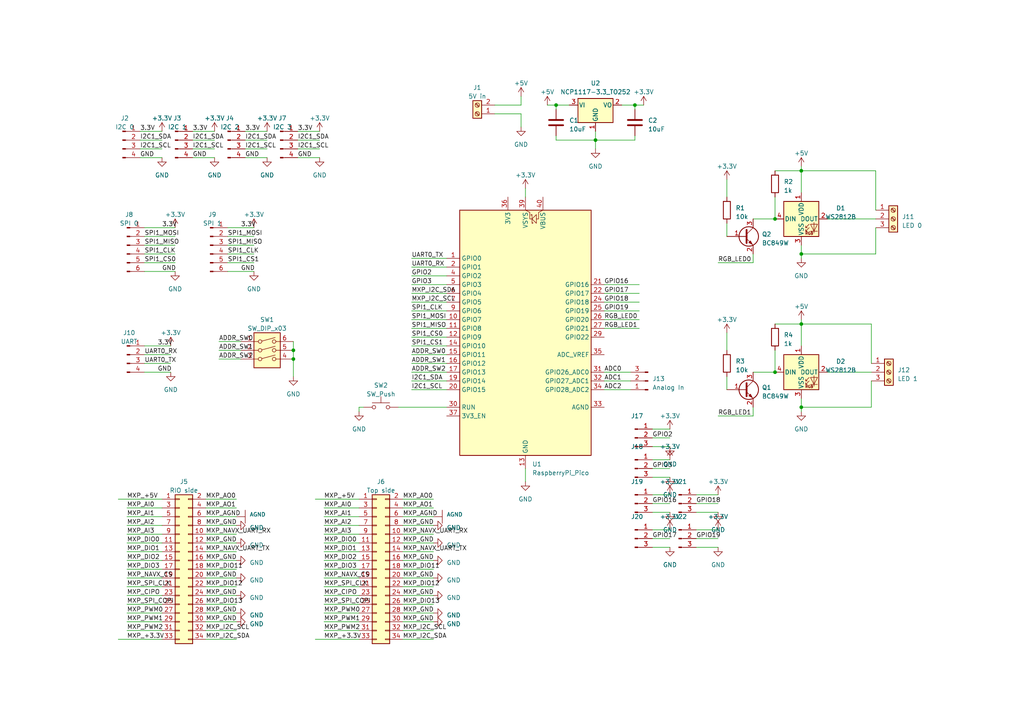
<source format=kicad_sch>
(kicad_sch (version 20230121) (generator eeschema)
  (paper "A4")
  (title_block (title "Team 5690 Peripheral Expansion Board") (date "2023-04-25") (rev "1.0") (comment 1 "Designed by Evan Rust"))
  (lib_symbols
    (symbol "Connector:Conn_01x03_Pin" (pin_names (offset 1.016) hide)
      (property "Reference" "J" (at 0 5.08 0))
      (property "Value" "Conn_01x03_Pin" (at 0 -5.08 0))
      (symbol "Conn_01x03_Pin_1_1"
        (pin passive line (at 5.08 2.54 180) (length 3.81) (name "Pin_1") (number "1"))
        (pin passive line (at 5.08 0 180) (length 3.81) (name "Pin_2") (number "2"))
        (pin passive line (at 5.08 -2.54 180) (length 3.81) (name "Pin_3") (number "3"))
      )
    )
    (symbol "Connector:Conn_01x04_Pin" (pin_names (offset 1.016) hide)
      (property "Reference" "J" (at 0 5.08 0))
      (property "Value" "Conn_01x04_Pin" (at 0 -7.62 0))
      (symbol "Conn_01x04_Pin_1_1"
        (pin passive line (at 5.08 2.54 180) (length 3.81) (name "Pin_1") (number "1"))
        (pin passive line (at 5.08 0 180) (length 3.81) (name "Pin_2") (number "2"))
        (pin passive line (at 5.08 -2.54 180) (length 3.81) (name "Pin_3") (number "3"))
        (pin passive line (at 5.08 -5.08 180) (length 3.81) (name "Pin_4") (number "4"))
      )
    )
    (symbol "Connector:Conn_01x06_Pin" (pin_names (offset 1.016) hide)
      (property "Reference" "J" (at 0 7.62 0))
      (property "Value" "Conn_01x06_Pin" (at 0 -10.16 0))
      (symbol "Conn_01x06_Pin_1_1"
        (pin passive line (at 5.08 5.08 180) (length 3.81) (name "Pin_1") (number "1"))
        (pin passive line (at 5.08 2.54 180) (length 3.81) (name "Pin_2") (number "2"))
        (pin passive line (at 5.08 0 180) (length 3.81) (name "Pin_3") (number "3"))
        (pin passive line (at 5.08 -2.54 180) (length 3.81) (name "Pin_4") (number "4"))
        (pin passive line (at 5.08 -5.08 180) (length 3.81) (name "Pin_5") (number "5"))
        (pin passive line (at 5.08 -7.62 180) (length 3.81) (name "Pin_6") (number "6"))
      )
    )
    (symbol "Connector:Screw_Terminal_01x02" (pin_names (offset 1.016) hide)
      (property "Reference" "J" (at 0 2.54 0))
      (property "Value" "Screw_Terminal_01x02" (at 0 -5.08 0))
      (symbol "Screw_Terminal_01x02_1_1"
        (pin passive line (at -5.08 0 0) (length 3.81) (name "Pin_1") (number "1"))
        (pin passive line (at -5.08 -2.54 0) (length 3.81) (name "Pin_2") (number "2"))
      )
    )
    (symbol "Connector:Screw_Terminal_01x03" (pin_names (offset 1.016) hide)
      (property "Reference" "J" (at 0 5.08 0))
      (property "Value" "Screw_Terminal_01x03" (at 0 -5.08 0))
      (symbol "Screw_Terminal_01x03_1_1"
        (pin passive line (at -5.08 2.54 0) (length 3.81) (name "Pin_1") (number "1"))
        (pin passive line (at -5.08 0 0) (length 3.81) (name "Pin_2") (number "2"))
        (pin passive line (at -5.08 -2.54 0) (length 3.81) (name "Pin_3") (number "3"))
      )
    )
    (symbol "Connector_Generic:Conn_02x17_Odd_Even" (pin_names (offset 1.016) hide)
      (property "Reference" "J" (at 1.27 22.86 0))
      (property "Value" "Conn_02x17_Odd_Even" (at 1.27 -22.86 0))
      (symbol "Conn_02x17_Odd_Even_1_1"
        (pin passive line (at -5.08 20.32 0) (length 3.81) (name "Pin_1") (number "1"))
        (pin passive line (at 7.62 10.16 180) (length 3.81) (name "Pin_10") (number "10"))
        (pin passive line (at -5.08 7.62 0) (length 3.81) (name "Pin_11") (number "11"))
        (pin passive line (at 7.62 7.62 180) (length 3.81) (name "Pin_12") (number "12"))
        (pin passive line (at -5.08 5.08 0) (length 3.81) (name "Pin_13") (number "13"))
        (pin passive line (at 7.62 5.08 180) (length 3.81) (name "Pin_14") (number "14"))
        (pin passive line (at -5.08 2.54 0) (length 3.81) (name "Pin_15") (number "15"))
        (pin passive line (at 7.62 2.54 180) (length 3.81) (name "Pin_16") (number "16"))
        (pin passive line (at -5.08 0 0) (length 3.81) (name "Pin_17") (number "17"))
        (pin passive line (at 7.62 0 180) (length 3.81) (name "Pin_18") (number "18"))
        (pin passive line (at -5.08 -2.54 0) (length 3.81) (name "Pin_19") (number "19"))
        (pin passive line (at 7.62 20.32 180) (length 3.81) (name "Pin_2") (number "2"))
        (pin passive line (at 7.62 -2.54 180) (length 3.81) (name "Pin_20") (number "20"))
        (pin passive line (at -5.08 -5.08 0) (length 3.81) (name "Pin_21") (number "21"))
        (pin passive line (at 7.62 -5.08 180) (length 3.81) (name "Pin_22") (number "22"))
        (pin passive line (at -5.08 -7.62 0) (length 3.81) (name "Pin_23") (number "23"))
        (pin passive line (at 7.62 -7.62 180) (length 3.81) (name "Pin_24") (number "24"))
        (pin passive line (at -5.08 -10.16 0) (length 3.81) (name "Pin_25") (number "25"))
        (pin passive line (at 7.62 -10.16 180) (length 3.81) (name "Pin_26") (number "26"))
        (pin passive line (at -5.08 -12.7 0) (length 3.81) (name "Pin_27") (number "27"))
        (pin passive line (at 7.62 -12.7 180) (length 3.81) (name "Pin_28") (number "28"))
        (pin passive line (at -5.08 -15.24 0) (length 3.81) (name "Pin_29") (number "29"))
        (pin passive line (at -5.08 17.78 0) (length 3.81) (name "Pin_3") (number "3"))
        (pin passive line (at 7.62 -15.24 180) (length 3.81) (name "Pin_30") (number "30"))
        (pin passive line (at -5.08 -17.78 0) (length 3.81) (name "Pin_31") (number "31"))
        (pin passive line (at 7.62 -17.78 180) (length 3.81) (name "Pin_32") (number "32"))
        (pin passive line (at -5.08 -20.32 0) (length 3.81) (name "Pin_33") (number "33"))
        (pin passive line (at 7.62 -20.32 180) (length 3.81) (name "Pin_34") (number "34"))
        (pin passive line (at 7.62 17.78 180) (length 3.81) (name "Pin_4") (number "4"))
        (pin passive line (at -5.08 15.24 0) (length 3.81) (name "Pin_5") (number "5"))
        (pin passive line (at 7.62 15.24 180) (length 3.81) (name "Pin_6") (number "6"))
        (pin passive line (at -5.08 12.7 0) (length 3.81) (name "Pin_7") (number "7"))
        (pin passive line (at 7.62 12.7 180) (length 3.81) (name "Pin_8") (number "8"))
        (pin passive line (at -5.08 10.16 0) (length 3.81) (name "Pin_9") (number "9"))
      )
    )
    (symbol "Device:C" (pin_numbers hide) (pin_names (offset 0.254))
      (property "Reference" "C" (at 0.635 2.54 0))
      (property "Value" "C" (at 0.635 -2.54 0))
      (symbol "C_1_1"
        (pin passive line (at 0 3.81 270) (length 2.794) (name "~") (number "1"))
        (pin passive line (at 0 -3.81 90) (length 2.794) (name "~") (number "2"))
      )
    )
    (symbol "Device:R" (pin_numbers hide) (pin_names (offset 0))
      (property "Reference" "R" (at 2.032 0 90))
      (property "Value" "R" (at 0 0 90))
      (symbol "R_1_1"
        (pin passive line (at 0 3.81 270) (length 1.27) (name "~") (number "1"))
        (pin passive line (at 0 -3.81 90) (length 1.27) (name "~") (number "2"))
      )
    )
    (symbol "LED:WS2812B" (pin_names (offset 0.254))
      (property "Reference" "D" (at 5.08 5.715 0))
      (property "Value" "WS2812B" (at 1.27 -5.715 0))
      (symbol "WS2812B_0_0"
        (text "RGB" (at 2.286 -4.191 0) (effects (font (size 0.762 0.762))))
      )
      (symbol "WS2812B_1_1"
        (pin power_in line (at 0 7.62 270) (length 2.54) (name "VDD") (number "1"))
        (pin output line (at 7.62 0 180) (length 2.54) (name "DOUT") (number "2"))
        (pin power_in line (at 0 -7.62 90) (length 2.54) (name "VSS") (number "3"))
        (pin input line (at -7.62 0 0) (length 2.54) (name "DIN") (number "4"))
      )
    )
    (symbol "MCU_Module_RaspberryPi_Pico:RaspberryPi_Pico"
      (property "Reference" "U" (at -19.05 38.1 0))
      (property "Value" "RaspberryPi_Pico" (at 7.62 38.1 0))
      (symbol "RaspberryPi_Pico_1_1"
        (pin bidirectional line (at -22.86 22.86 0) (length 3.81) (name "GPIO0") (number "1"))
        (pin bidirectional line (at -22.86 5.08 0) (length 3.81) (name "GPIO7") (number "10"))
        (pin bidirectional line (at -22.86 2.54 0) (length 3.81) (name "GPIO8") (number "11"))
        (pin bidirectional line (at -22.86 0 0) (length 3.81) (name "GPIO9") (number "12"))
        (pin power_out line (at 0 -38.1 90) (length 3.81) (name "GND") (number "13"))
        (pin bidirectional line (at -22.86 -2.54 0) (length 3.81) (name "GPIO10") (number "14"))
        (pin bidirectional line (at -22.86 -5.08 0) (length 3.81) (name "GPIO11") (number "15"))
        (pin bidirectional line (at -22.86 -7.62 0) (length 3.81) (name "GPIO12") (number "16"))
        (pin bidirectional line (at -22.86 -10.16 0) (length 3.81) (name "GPIO13") (number "17"))
        (pin passive line (at 0 -38.1 90) (length 3.81) hide (name "GND") (number "18"))
        (pin bidirectional line (at -22.86 -12.7 0) (length 3.81) (name "GPIO14") (number "19"))
        (pin bidirectional line (at -22.86 20.32 0) (length 3.81) (name "GPIO1") (number "2"))
        (pin bidirectional line (at -22.86 -15.24 0) (length 3.81) (name "GPIO15") (number "20"))
        (pin bidirectional line (at 22.86 15.24 180) (length 3.81) (name "GPIO16") (number "21"))
        (pin bidirectional line (at 22.86 12.7 180) (length 3.81) (name "GPIO17") (number "22"))
        (pin passive line (at 0 -38.1 90) (length 3.81) hide (name "GND") (number "23"))
        (pin bidirectional line (at 22.86 10.16 180) (length 3.81) (name "GPIO18") (number "24"))
        (pin bidirectional line (at 22.86 7.62 180) (length 3.81) (name "GPIO19") (number "25"))
        (pin bidirectional line (at 22.86 5.08 180) (length 3.81) (name "GPIO20") (number "26"))
        (pin bidirectional line (at 22.86 2.54 180) (length 3.81) (name "GPIO21") (number "27"))
        (pin passive line (at 0 -38.1 90) (length 3.81) hide (name "GND") (number "28"))
        (pin bidirectional line (at 22.86 0 180) (length 3.81) (name "GPIO22") (number "29"))
        (pin passive line (at 0 -38.1 90) (length 3.81) hide (name "GND") (number "3"))
        (pin input line (at -22.86 -20.32 0) (length 3.81) (name "RUN") (number "30"))
        (pin bidirectional line (at 22.86 -10.16 180) (length 3.81) (name "GPIO26_ADC0") (number "31"))
        (pin bidirectional line (at 22.86 -12.7 180) (length 3.81) (name "GPIO27_ADC1") (number "32"))
        (pin power_in line (at 22.86 -20.32 180) (length 3.81) (name "AGND") (number "33"))
        (pin bidirectional line (at 22.86 -15.24 180) (length 3.81) (name "GPIO28_ADC2") (number "34"))
        (pin power_in line (at 22.86 -5.08 180) (length 3.81) (name "ADC_VREF") (number "35"))
        (pin power_out line (at -5.08 40.64 270) (length 3.81) (name "3V3") (number "36"))
        (pin input line (at -22.86 -22.86 0) (length 3.81) (name "3V3_EN") (number "37"))
        (pin passive line (at 0 -38.1 90) (length 3.81) hide (name "GND") (number "38"))
        (pin power_in line (at 0 40.64 270) (length 3.81) (name "VSYS") (number "39"))
        (pin bidirectional line (at -22.86 17.78 0) (length 3.81) (name "GPIO2") (number "4"))
        (pin power_out line (at 5.08 40.64 270) (length 3.81) (name "VBUS") (number "40"))
        (pin bidirectional line (at -22.86 15.24 0) (length 3.81) (name "GPIO3") (number "5"))
        (pin bidirectional line (at -22.86 12.7 0) (length 3.81) (name "GPIO4") (number "6"))
        (pin bidirectional line (at -22.86 10.16 0) (length 3.81) (name "GPIO5") (number "7"))
        (pin passive line (at 0 -38.1 90) (length 3.81) hide (name "GND") (number "8"))
        (pin bidirectional line (at -22.86 7.62 0) (length 3.81) (name "GPIO6") (number "9"))
      )
    )
    (symbol "Regulator_Linear:NCP1117-3.3_TO252" (pin_names (offset 0.254))
      (property "Reference" "U" (at -3.81 3.175 0))
      (property "Value" "NCP1117-3.3_TO252" (at 0 3.175 0))
      (symbol "NCP1117-3.3_TO252_1_1"
        (pin power_in line (at 0 -7.62 90) (length 2.54) (name "GND") (number "1"))
        (pin power_out line (at 7.62 0 180) (length 2.54) (name "VO") (number "2"))
        (pin power_in line (at -7.62 0 0) (length 2.54) (name "VI") (number "3"))
      )
    )
    (symbol "SparkFun-PowerSymbols:AGND" (power) (pin_numbers hide) (pin_names (offset 1.016) hide)
      (property "Value" "AGND" (at -2.159 -5.08 0))
      (property "Footprint" "XXX-00000" (at 0 2.54 0))
      (symbol "AGND_1_1"
        (pin power_in line (at 0 0 270) (length 0) hide (name "AGND") (number "~"))
      )
    )
    (symbol "Switch:SW_DIP_x03" (pin_names (offset 0) hide)
      (property "Reference" "SW" (at 0 8.89 0))
      (property "Value" "SW_DIP_x03" (at 0 -3.81 0))
      (symbol "SW_DIP_x03_1_1"
        (pin passive line (at -7.62 5.08 0) (length 5.08) (name "~") (number "1"))
        (pin passive line (at -7.62 2.54 0) (length 5.08) (name "~") (number "2"))
        (pin passive line (at -7.62 0 0) (length 5.08) (name "~") (number "3"))
        (pin passive line (at 7.62 0 180) (length 5.08) (name "~") (number "4"))
        (pin passive line (at 7.62 2.54 180) (length 5.08) (name "~") (number "5"))
        (pin passive line (at 7.62 5.08 180) (length 5.08) (name "~") (number "6"))
      )
    )
    (symbol "Switch:SW_Push" (pin_numbers hide) (pin_names (offset 1.016) hide)
      (property "Reference" "SW" (at 1.27 2.54 0))
      (property "Value" "SW_Push" (at 0 -1.524 0))
      (symbol "SW_Push_0_1"
        (pin passive line (at -5.08 0 0) (length 2.54) (name "1") (number "1"))
        (pin passive line (at 5.08 0 180) (length 2.54) (name "2") (number "2"))
      )
    )
    (symbol "Transistor_BJT:BC849W" (pin_names (offset 0) hide)
      (property "Reference" "Q" (at 5.08 1.905 0))
      (property "Value" "BC849W" (at 5.08 0 0))
      (symbol "BC849W_1_1"
        (pin input line (at -5.08 0 0) (length 5.715) (name "B") (number "1"))
        (pin passive line (at 2.54 -5.08 90) (length 2.54) (name "E") (number "2"))
        (pin passive line (at 2.54 5.08 270) (length 2.54) (name "C") (number "3"))
      )
    )
    (symbol "power:+3.3V" (power) (pin_names (offset 0))
      (property "Value" "+3.3V" (at 0 3.556 0))
      (symbol "+3.3V_1_1"
        (pin power_in line (at 0 0 90) (length 0) hide (name "+3.3V") (number "1"))
      )
    )
    (symbol "power:+5V" (power) (pin_names (offset 0))
      (property "Value" "+5V" (at 0 3.556 0))
      (symbol "+5V_1_1"
        (pin power_in line (at 0 0 90) (length 0) hide (name "+5V") (number "1"))
      )
    )
    (symbol "power:GND" (power) (pin_names (offset 0))
      (property "Value" "GND" (at 0 -3.81 0))
      (symbol "GND_1_1"
        (pin power_in line (at 0 0 270) (length 0) hide (name "GND") (number "1"))
      )
    )
  )
  (junction (at 184.15 30.48))
  (junction (at 232.41 73.66))
  (junction (at 224.79 107.95))
  (junction (at 232.41 118.11))
  (junction (at 85.09 101.6))
  (junction (at 161.29 30.48))
  (junction (at 85.09 104.14))
  (junction (at 232.41 49.53))
  (junction (at 232.41 93.98))
  (junction (at 224.79 63.5))
  (junction (at 172.72 40.64))
  (wire (pts (xy 210.82 96.52) (xy 210.82 101.6)))
  (wire (pts (xy 189.23 129.54) (xy 194.31 129.54)))
  (wire (pts (xy 189.23 158.75) (xy 194.31 158.75)))
  (wire (pts (xy 71.12 38.1) (xy 77.47 38.1)))
  (wire (pts (xy 252.73 93.98) (xy 232.41 93.98)))
  (wire (pts (xy 59.69 152.4) (xy 68.58 152.4)))
  (wire (pts (xy 116.84 147.32) (xy 125.73 147.32)))
  (wire (pts (xy 36.83 152.4) (xy 46.99 152.4)))
  (wire (pts (xy 66.04 68.58) (xy 73.66 68.58)))
  (wire (pts (xy 59.69 144.78) (xy 68.58 144.78)))
  (wire (pts (xy 116.84 182.88) (xy 125.73 182.88)))
  (wire (pts (xy 175.26 90.17) (xy 185.42 90.17)))
  (wire (pts (xy 66.04 73.66) (xy 73.66 73.66)))
  (wire (pts (xy 116.84 167.64) (xy 125.73 167.64)))
  (wire (pts (xy 93.98 157.48) (xy 104.14 157.48)))
  (wire (pts (xy 59.69 170.18) (xy 68.58 170.18)))
  (wire (pts (xy 119.38 102.87) (xy 129.54 102.87)))
  (wire (pts (xy 85.09 99.06) (xy 85.09 101.6)))
  (wire (pts (xy 36.83 170.18) (xy 46.99 170.18)))
  (wire (pts (xy 232.41 73.66) (xy 232.41 74.93)))
  (wire (pts (xy 66.04 78.74) (xy 73.66 78.74)))
  (wire (pts (xy 210.82 64.77) (xy 210.82 68.58)))
  (wire (pts (xy 151.13 27.94) (xy 151.13 30.48)))
  (wire (pts (xy 208.28 76.2) (xy 218.44 76.2)))
  (wire (pts (xy 119.38 92.71) (xy 129.54 92.71)))
  (wire (pts (xy 201.93 143.51) (xy 208.28 143.51)))
  (wire (pts (xy 93.98 147.32) (xy 104.14 147.32)))
  (wire (pts (xy 152.4 54.61) (xy 152.4 57.15)))
  (wire (pts (xy 71.12 45.72) (xy 77.47 45.72)))
  (wire (pts (xy 36.83 180.34) (xy 46.99 180.34)))
  (wire (pts (xy 175.26 87.63) (xy 185.42 87.63)))
  (wire (pts (xy 59.69 165.1) (xy 68.58 165.1)))
  (wire (pts (xy 115.57 118.11) (xy 129.54 118.11)))
  (wire (pts (xy 36.83 162.56) (xy 46.99 162.56)))
  (wire (pts (xy 116.84 172.72) (xy 125.73 172.72)))
  (wire (pts (xy 224.79 57.15) (xy 224.79 63.5)))
  (wire (pts (xy 86.36 45.72) (xy 92.71 45.72)))
  (wire (pts (xy 59.69 175.26) (xy 68.58 175.26)))
  (wire (pts (xy 184.15 39.37) (xy 184.15 40.64)))
  (wire (pts (xy 201.93 153.67) (xy 208.28 153.67)))
  (wire (pts (xy 104.14 118.11) (xy 105.41 118.11)))
  (wire (pts (xy 252.73 105.41) (xy 252.73 93.98)))
  (wire (pts (xy 59.69 162.56) (xy 68.58 162.56)))
  (wire (pts (xy 55.88 45.72) (xy 62.23 45.72)))
  (wire (pts (xy 116.84 152.4) (xy 125.73 152.4)))
  (wire (pts (xy 175.26 110.49) (xy 182.88 110.49)))
  (wire (pts (xy 116.84 157.48) (xy 125.73 157.48)))
  (wire (pts (xy 151.13 30.48) (xy 143.51 30.48)))
  (wire (pts (xy 119.38 87.63) (xy 129.54 87.63)))
  (wire (pts (xy 36.83 172.72) (xy 46.99 172.72)))
  (wire (pts (xy 161.29 39.37) (xy 161.29 40.64)))
  (wire (pts (xy 86.36 38.1) (xy 92.71 38.1)))
  (wire (pts (xy 93.98 170.18) (xy 104.14 170.18)))
  (wire (pts (xy 189.23 146.05) (xy 194.31 146.05)))
  (wire (pts (xy 91.44 185.42) (xy 104.14 185.42)))
  (wire (pts (xy 40.64 43.18) (xy 46.99 43.18)))
  (wire (pts (xy 36.83 177.8) (xy 46.99 177.8)))
  (wire (pts (xy 189.23 124.46) (xy 194.31 124.46)))
  (wire (pts (xy 93.98 172.72) (xy 104.14 172.72)))
  (wire (pts (xy 116.84 160.02) (xy 125.73 160.02)))
  (wire (pts (xy 36.83 149.86) (xy 46.99 149.86)))
  (wire (pts (xy 59.69 185.42) (xy 68.58 185.42)))
  (wire (pts (xy 232.41 73.66) (xy 254 73.66)))
  (wire (pts (xy 119.38 95.25) (xy 129.54 95.25)))
  (wire (pts (xy 116.84 177.8) (xy 125.73 177.8)))
  (wire (pts (xy 189.23 153.67) (xy 194.31 153.67)))
  (wire (pts (xy 201.93 156.21) (xy 208.28 156.21)))
  (wire (pts (xy 232.41 118.11) (xy 232.41 119.38)))
  (wire (pts (xy 41.91 68.58) (xy 50.8 68.58)))
  (wire (pts (xy 93.98 162.56) (xy 104.14 162.56)))
  (wire (pts (xy 254 60.96) (xy 254 49.53)))
  (wire (pts (xy 119.38 80.01) (xy 129.54 80.01)))
  (wire (pts (xy 34.29 185.42) (xy 46.99 185.42)))
  (wire (pts (xy 59.69 182.88) (xy 68.58 182.88)))
  (wire (pts (xy 41.91 102.87) (xy 49.53 102.87)))
  (wire (pts (xy 254 66.04) (xy 254 73.66)))
  (wire (pts (xy 36.83 167.64) (xy 46.99 167.64)))
  (wire (pts (xy 218.44 107.95) (xy 224.79 107.95)))
  (wire (pts (xy 85.09 104.14) (xy 85.09 109.22)))
  (wire (pts (xy 161.29 40.64) (xy 172.72 40.64)))
  (wire (pts (xy 93.98 152.4) (xy 104.14 152.4)))
  (wire (pts (xy 119.38 90.17) (xy 129.54 90.17)))
  (wire (pts (xy 116.84 144.78) (xy 125.73 144.78)))
  (wire (pts (xy 59.69 149.86) (xy 68.58 149.86)))
  (wire (pts (xy 104.14 119.38) (xy 104.14 118.11)))
  (wire (pts (xy 116.84 165.1) (xy 125.73 165.1)))
  (wire (pts (xy 93.98 154.94) (xy 104.14 154.94)))
  (wire (pts (xy 63.5 104.14) (xy 69.85 104.14)))
  (wire (pts (xy 63.5 101.6) (xy 69.85 101.6)))
  (wire (pts (xy 40.64 45.72) (xy 46.99 45.72)))
  (wire (pts (xy 189.23 127) (xy 194.31 127)))
  (wire (pts (xy 184.15 30.48) (xy 184.15 31.75)))
  (wire (pts (xy 116.84 180.34) (xy 125.73 180.34)))
  (wire (pts (xy 41.91 78.74) (xy 50.8 78.74)))
  (wire (pts (xy 232.41 48.26) (xy 232.41 49.53)))
  (wire (pts (xy 201.93 148.59) (xy 208.28 148.59)))
  (wire (pts (xy 93.98 167.64) (xy 104.14 167.64)))
  (wire (pts (xy 175.26 95.25) (xy 185.42 95.25)))
  (wire (pts (xy 55.88 43.18) (xy 62.23 43.18)))
  (wire (pts (xy 224.79 101.6) (xy 224.79 107.95)))
  (wire (pts (xy 161.29 31.75) (xy 161.29 30.48)))
  (wire (pts (xy 66.04 66.04) (xy 73.66 66.04)))
  (wire (pts (xy 41.91 105.41) (xy 49.53 105.41)))
  (wire (pts (xy 119.38 77.47) (xy 129.54 77.47)))
  (wire (pts (xy 36.83 154.94) (xy 46.99 154.94)))
  (wire (pts (xy 201.93 158.75) (xy 208.28 158.75)))
  (wire (pts (xy 116.84 175.26) (xy 125.73 175.26)))
  (wire (pts (xy 151.13 36.83) (xy 151.13 33.02)))
  (wire (pts (xy 59.69 177.8) (xy 68.58 177.8)))
  (wire (pts (xy 119.38 82.55) (xy 129.54 82.55)))
  (wire (pts (xy 86.36 43.18) (xy 92.71 43.18)))
  (wire (pts (xy 119.38 107.95) (xy 129.54 107.95)))
  (wire (pts (xy 208.28 120.65) (xy 218.44 120.65)))
  (wire (pts (xy 36.83 175.26) (xy 46.99 175.26)))
  (wire (pts (xy 85.09 101.6) (xy 85.09 104.14)))
  (wire (pts (xy 232.41 118.11) (xy 252.73 118.11)))
  (wire (pts (xy 172.72 38.1) (xy 172.72 40.64)))
  (wire (pts (xy 36.83 147.32) (xy 46.99 147.32)))
  (wire (pts (xy 34.29 144.78) (xy 46.99 144.78)))
  (wire (pts (xy 116.84 170.18) (xy 125.73 170.18)))
  (wire (pts (xy 66.04 71.12) (xy 73.66 71.12)))
  (wire (pts (xy 59.69 157.48) (xy 68.58 157.48)))
  (wire (pts (xy 175.26 82.55) (xy 185.42 82.55)))
  (wire (pts (xy 63.5 99.06) (xy 69.85 99.06)))
  (wire (pts (xy 180.34 30.48) (xy 184.15 30.48)))
  (wire (pts (xy 59.69 154.94) (xy 68.58 154.94)))
  (wire (pts (xy 40.64 40.64) (xy 46.99 40.64)))
  (wire (pts (xy 218.44 63.5) (xy 224.79 63.5)))
  (wire (pts (xy 172.72 40.64) (xy 172.72 43.18)))
  (wire (pts (xy 59.69 180.34) (xy 68.58 180.34)))
  (wire (pts (xy 189.23 138.43) (xy 194.31 138.43)))
  (wire (pts (xy 175.26 85.09) (xy 185.42 85.09)))
  (wire (pts (xy 119.38 110.49) (xy 129.54 110.49)))
  (wire (pts (xy 175.26 92.71) (xy 185.42 92.71)))
  (wire (pts (xy 93.98 149.86) (xy 104.14 149.86)))
  (wire (pts (xy 119.38 113.03) (xy 129.54 113.03)))
  (wire (pts (xy 71.12 43.18) (xy 77.47 43.18)))
  (wire (pts (xy 40.64 38.1) (xy 46.99 38.1)))
  (wire (pts (xy 152.4 135.89) (xy 152.4 139.7)))
  (wire (pts (xy 189.23 148.59) (xy 194.31 148.59)))
  (wire (pts (xy 189.23 135.89) (xy 194.31 135.89)))
  (wire (pts (xy 91.44 144.78) (xy 104.14 144.78)))
  (wire (pts (xy 218.44 118.11) (xy 218.44 120.65)))
  (wire (pts (xy 252.73 118.11) (xy 252.73 110.49)))
  (wire (pts (xy 254 49.53) (xy 232.41 49.53)))
  (wire (pts (xy 86.36 40.64) (xy 92.71 40.64)))
  (wire (pts (xy 119.38 97.79) (xy 129.54 97.79)))
  (wire (pts (xy 116.84 149.86) (xy 125.73 149.86)))
  (wire (pts (xy 189.23 156.21) (xy 194.31 156.21)))
  (wire (pts (xy 36.83 182.88) (xy 46.99 182.88)))
  (wire (pts (xy 116.84 185.42) (xy 125.73 185.42)))
  (wire (pts (xy 161.29 30.48) (xy 165.1 30.48)))
  (wire (pts (xy 116.84 162.56) (xy 125.73 162.56)))
  (wire (pts (xy 119.38 74.93) (xy 129.54 74.93)))
  (wire (pts (xy 172.72 40.64) (xy 184.15 40.64)))
  (wire (pts (xy 184.15 30.48) (xy 186.69 30.48)))
  (wire (pts (xy 71.12 40.64) (xy 77.47 40.64)))
  (wire (pts (xy 158.75 30.48) (xy 161.29 30.48)))
  (wire (pts (xy 93.98 165.1) (xy 104.14 165.1)))
  (wire (pts (xy 93.98 160.02) (xy 104.14 160.02)))
  (wire (pts (xy 41.91 71.12) (xy 50.8 71.12)))
  (wire (pts (xy 232.41 93.98) (xy 232.41 100.33)))
  (wire (pts (xy 210.82 52.07) (xy 210.82 57.15)))
  (wire (pts (xy 189.23 143.51) (xy 194.31 143.51)))
  (wire (pts (xy 232.41 92.71) (xy 232.41 93.98)))
  (wire (pts (xy 210.82 109.22) (xy 210.82 113.03)))
  (wire (pts (xy 240.03 107.95) (xy 252.73 107.95)))
  (wire (pts (xy 59.69 160.02) (xy 68.58 160.02)))
  (wire (pts (xy 55.88 38.1) (xy 62.23 38.1)))
  (wire (pts (xy 232.41 115.57) (xy 232.41 118.11)))
  (wire (pts (xy 93.98 177.8) (xy 104.14 177.8)))
  (wire (pts (xy 175.26 113.03) (xy 182.88 113.03)))
  (wire (pts (xy 41.91 107.95) (xy 49.53 107.95)))
  (wire (pts (xy 36.83 160.02) (xy 46.99 160.02)))
  (wire (pts (xy 240.03 63.5) (xy 254 63.5)))
  (wire (pts (xy 41.91 73.66) (xy 50.8 73.66)))
  (wire (pts (xy 59.69 172.72) (xy 68.58 172.72)))
  (wire (pts (xy 175.26 107.95) (xy 182.88 107.95)))
  (wire (pts (xy 55.88 40.64) (xy 62.23 40.64)))
  (wire (pts (xy 41.91 76.2) (xy 50.8 76.2)))
  (wire (pts (xy 119.38 85.09) (xy 129.54 85.09)))
  (wire (pts (xy 66.04 76.2) (xy 73.66 76.2)))
  (wire (pts (xy 59.69 147.32) (xy 68.58 147.32)))
  (wire (pts (xy 119.38 105.41) (xy 129.54 105.41)))
  (wire (pts (xy 116.84 154.94) (xy 125.73 154.94)))
  (wire (pts (xy 224.79 49.53) (xy 232.41 49.53)))
  (wire (pts (xy 232.41 71.12) (xy 232.41 73.66)))
  (wire (pts (xy 36.83 157.48) (xy 46.99 157.48)))
  (wire (pts (xy 41.91 100.33) (xy 49.53 100.33)))
  (wire (pts (xy 36.83 165.1) (xy 46.99 165.1)))
  (wire (pts (xy 151.13 33.02) (xy 143.51 33.02)))
  (wire (pts (xy 93.98 180.34) (xy 104.14 180.34)))
  (wire (pts (xy 232.41 49.53) (xy 232.41 55.88)))
  (wire (pts (xy 189.23 133.35) (xy 194.31 133.35)))
  (wire (pts (xy 93.98 182.88) (xy 104.14 182.88)))
  (wire (pts (xy 224.79 93.98) (xy 232.41 93.98)))
  (wire (pts (xy 218.44 73.66) (xy 218.44 76.2)))
  (wire (pts (xy 41.91 66.04) (xy 50.8 66.04)))
  (wire (pts (xy 93.98 175.26) (xy 104.14 175.26)))
  (wire (pts (xy 201.93 146.05) (xy 208.28 146.05)))
  (wire (pts (xy 119.38 100.33) (xy 129.54 100.33)))
  (wire (pts (xy 59.69 167.64) (xy 68.58 167.64)))
  (label "MXP_AI3" (at 93.98 154.94 0))
  (label "MXP_I2C_SCL" (at 59.69 182.88 0))
  (label "SPI1_CS0" (at 41.91 76.2 0))
  (label "MXP_SPI_CLK" (at 36.83 170.18 0))
  (label "UART0_RX" (at 41.91 102.87 0))
  (label "I2C1_SDA" (at 119.38 110.49 0))
  (label "MXP_AI2" (at 93.98 152.4 0))
  (label "MXP_GND" (at 59.69 152.4 0))
  (label "MXP_DIO1" (at 93.98 160.02 0))
  (label "GPIO18" (at 175.26 87.63 0))
  (label "GPIO16" (at 175.26 82.55 0))
  (label "SPI1_MOSI" (at 41.91 68.58 0))
  (label "MXP_GND" (at 116.84 172.72 0))
  (label "MXP_DIO13" (at 116.84 175.26 0))
  (label "I2C1_SCL" (at 119.38 113.03 0))
  (label "GPIO17" (at 175.26 85.09 0))
  (label "MXP_DIO3" (at 93.98 165.1 0))
  (label "MXP_GND" (at 59.69 172.72 0))
  (label "MXP_GND" (at 59.69 177.8 0))
  (label "ADDR_SW0" (at 119.38 102.87 0))
  (label "SPI1_MISO" (at 119.38 95.25 0))
  (label "SPI1_CS0" (at 119.38 97.79 0))
  (label "MXP_AI2" (at 36.83 152.4 0))
  (label "SPI1_CS1" (at 119.38 100.33 0))
  (label "MXP_GND" (at 116.84 167.64 0))
  (label "MXP_GND" (at 116.84 180.34 0))
  (label "MXP_+5V" (at 36.83 144.78 0))
  (label "MXP_DIO1" (at 36.83 160.02 0))
  (label "MXP_I2C_SCL" (at 119.38 87.63 0))
  (label "ADDR_SW0" (at 63.5 99.06 0))
  (label "GND" (at 46.99 78.74 0))
  (label "MXP_AI1" (at 93.98 149.86 0))
  (label "MXP_DIO0" (at 36.83 157.48 0))
  (label "MXP_PWM0" (at 36.83 177.8 0))
  (label "MXP_AGND" (at 116.84 149.86 0))
  (label "GPIO17" (at 189.23 156.21 0))
  (label "MXP_GND" (at 59.69 180.34 0))
  (label "RGB_LED0" (at 208.28 76.2 0))
  (label "MXP_DIO12" (at 59.69 170.18 0))
  (label "3.3V" (at 86.36 38.1 0))
  (label "I2C1_SDA" (at 71.12 40.64 0))
  (label "MXP_GND" (at 59.69 162.56 0))
  (label "3.3V" (at 69.85 66.04 0))
  (label "ADDR_SW1" (at 63.5 101.6 0))
  (label "MXP_GND" (at 116.84 162.56 0))
  (label "GND" (at 40.64 45.72 0))
  (label "SPI1_MOSI" (at 66.04 68.58 0))
  (label "I2C1_SCL" (at 71.12 43.18 0))
  (label "GPIO16" (at 189.23 146.05 0))
  (label "SPI1_MOSI" (at 119.38 92.71 0))
  (label "MXP_CIPO" (at 93.98 172.72 0))
  (label "MXP_NAVX_CS" (at 93.98 167.64 0))
  (label "MXP_GND" (at 116.84 152.4 0))
  (label "SPI1_CS1" (at 66.04 76.2 0))
  (label "MXP_PWM2" (at 93.98 182.88 0))
  (label "GPIO2" (at 119.38 80.01 0))
  (label "MXP_+3.3V" (at 93.98 185.42 0))
  (label "MXP_DIO2" (at 93.98 162.56 0))
  (label "MXP_PWM1" (at 36.83 180.34 0))
  (label "MXP_SPI_CLK" (at 93.98 170.18 0))
  (label "SPI1_MISO" (at 66.04 71.12 0))
  (label "ADDR_SW2" (at 119.38 107.95 0))
  (label "3.3V" (at 46.99 66.04 0))
  (label "GND" (at 69.85 78.74 0))
  (label "MXP_CIPO" (at 36.83 172.72 0))
  (label "GPIO3" (at 119.38 82.55 0))
  (label "MXP_AO1" (at 116.84 147.32 0))
  (label "MXP_NAVX_UART_TX" (at 116.84 160.02 0))
  (label "GND" (at 45.72 107.95 0))
  (label "GND" (at 71.12 45.72 0))
  (label "I2C1_SCL" (at 86.36 43.18 0))
  (label "MXP_GND" (at 116.84 177.8 0))
  (label "ADC1" (at 175.26 110.49 0))
  (label "RGB_LED0" (at 175.26 92.71 0))
  (label "MXP_I2C_SCL" (at 116.84 182.88 0))
  (label "MXP_I2C_SDA" (at 119.38 85.09 0))
  (label "SPI1_MISO" (at 41.91 71.12 0))
  (label "MXP_I2C_SDA" (at 59.69 185.42 0))
  (label "UART0_TX" (at 41.91 105.41 0))
  (label "MXP_SPI_COPI" (at 93.98 175.26 0))
  (label "MXP_GND" (at 59.69 167.64 0))
  (label "MXP_DIO13" (at 59.69 175.26 0))
  (label "ADDR_SW1" (at 119.38 105.41 0))
  (label "GPIO2" (at 189.23 127 0))
  (label "I2C1_SCL" (at 55.88 43.18 0))
  (label "MXP_NAVX_UART_TX" (at 59.69 160.02 0))
  (label "3.3V" (at 45.72 100.33 0))
  (label "MXP_AO0" (at 116.84 144.78 0))
  (label "MXP_SPI_COPI" (at 36.83 175.26 0))
  (label "MXP_+5V" (at 93.98 144.78 0))
  (label "3.3V" (at 40.64 38.1 0))
  (label "ADDR_SW2" (at 63.5 104.14 0))
  (label "MXP_AO0" (at 59.69 144.78 0))
  (label "UART0_RX" (at 119.38 77.47 0))
  (label "MXP_AI0" (at 93.98 147.32 0))
  (label "GPIO19" (at 201.93 156.21 0))
  (label "I2C1_SDA" (at 86.36 40.64 0))
  (label "MXP_GND" (at 116.84 157.48 0))
  (label "MXP_DIO11" (at 59.69 165.1 0))
  (label "I2C1_SDA" (at 55.88 40.64 0))
  (label "MXP_DIO2" (at 36.83 162.56 0))
  (label "SPI1_CLK" (at 66.04 73.66 0))
  (label "MXP_PWM1" (at 93.98 180.34 0))
  (label "MXP_DIO12" (at 116.84 170.18 0))
  (label "MXP_AI3" (at 36.83 154.94 0))
  (label "MXP_AI0" (at 36.83 147.32 0))
  (label "GPIO19" (at 175.26 90.17 0))
  (label "MXP_NAVX_CS" (at 36.83 167.64 0))
  (label "GPIO18" (at 201.93 146.05 0))
  (label "MXP_NAVX_UART_RX" (at 116.84 154.94 0))
  (label "SPI1_CLK" (at 41.91 73.66 0))
  (label "ADC2" (at 175.26 113.03 0))
  (label "MXP_DIO11" (at 116.84 165.1 0))
  (label "MXP_AI1" (at 36.83 149.86 0))
  (label "MXP_I2C_SDA" (at 116.84 185.42 0))
  (label "MXP_+3.3V" (at 36.83 185.42 0))
  (label "ADC0" (at 175.26 107.95 0))
  (label "I2C1_SDA" (at 40.64 40.64 0))
  (label "MXP_GND" (at 59.69 157.48 0))
  (label "RGB_LED1" (at 208.28 120.65 0))
  (label "MXP_DIO0" (at 93.98 157.48 0))
  (label "MXP_PWM0" (at 93.98 177.8 0))
  (label "MXP_NAVX_UART_RX" (at 59.69 154.94 0))
  (label "RGB_LED1" (at 175.26 95.25 0))
  (label "GPIO3" (at 189.23 135.89 0))
  (label "SPI1_CLK" (at 119.38 90.17 0))
  (label "MXP_DIO3" (at 36.83 165.1 0))
  (label "GND" (at 86.36 45.72 0))
  (label "UART0_TX" (at 119.38 74.93 0))
  (label "MXP_PWM2" (at 36.83 182.88 0))
  (label "3.3V" (at 55.88 38.1 0))
  (label "MXP_AO1" (at 59.69 147.32 0))
  (label "I2C1_SCL" (at 40.64 43.18 0))
  (label "3.3V" (at 71.12 38.1 0))
  (label "MXP_AGND" (at 59.69 149.86 0))
  (label "GND" (at 55.88 45.72 0))
  (symbol (lib_id "power:+3.3V") (at 62.23 38.1 0) (unit 1)
    (property "Reference" "#PWR025" (effects hide))
    (property "Value" "+3.3V" (at 62.23 34.29 0))
  )
  (symbol (lib_id "Connector:Conn_01x04_Pin") (at 50.8 40.64 0) (unit 1)
    (property "Reference" "J3" (at 51.435 34.29 0))
    (property "Value" "I2C 1" (at 51.435 36.83 0))
    (property "Footprint" "Connector_PinHeader_2.54mm:PinHeader_1x04_P2.54mm_Vertical" (effects hide))
  )
  (symbol (lib_id "power:+3.3V") (at 46.99 38.1 0) (unit 1)
    (property "Reference" "#PWR024" (effects hide))
    (property "Value" "+3.3V" (at 46.99 34.29 0))
  )
  (symbol (lib_id "Connector:Conn_01x04_Pin") (at 36.83 102.87 0) (unit 1)
    (property "Reference" "J10" (at 37.465 96.52 0))
    (property "Value" "UART" (at 37.465 99.06 0))
    (property "Footprint" "Connector_PinHeader_2.54mm:PinHeader_1x04_P2.54mm_Vertical" (effects hide))
  )
  (symbol (lib_id "power:GND") (at 125.73 177.8 90) (unit 1)
    (property "Reference" "#PWR017" (effects hide))
    (property "Value" "GND" (at 129.54 178.435 90) (effects (justify right)))
  )
  (symbol (lib_id "power:+3.3V") (at 208.28 143.51 0) (unit 1)
    (property "Reference" "#PWR055" (effects hide))
    (property "Value" "+3.3V" (at 208.28 139.7 0))
  )
  (symbol (lib_id "Connector:Screw_Terminal_01x03") (at 257.81 107.95 0) (unit 1)
    (property "Reference" "J12" (at 260.35 107.315 0) (effects (justify left)))
    (property "Value" "LED 1" (at 260.35 109.855 0) (effects (justify left)))
    (property "Footprint" "TerminalBlock:TerminalBlock_Altech_AK300-3_P5.00mm" (effects hide))
  )
  (symbol (lib_id "power:+3.3V") (at 194.31 133.35 0) (unit 1)
    (property "Reference" "#PWR053" (effects hide))
    (property "Value" "+3.3V" (at 194.31 129.54 0))
  )
  (symbol (lib_id "power:GND") (at 208.28 148.59 0) (unit 1)
    (property "Reference" "#PWR049" (effects hide))
    (property "Value" "GND" (at 208.28 153.67 0))
  )
  (symbol (lib_id "power:GND") (at 46.99 45.72 0) (unit 1)
    (property "Reference" "#PWR030" (effects hide))
    (property "Value" "GND" (at 46.99 50.8 0))
  )
  (symbol (lib_id "Connector:Conn_01x03_Pin") (at 196.85 146.05 0) (unit 1)
    (property "Reference" "J21" (at 197.485 139.7 0))
    (property "Value" "Conn_01x03_Pin" (effects hide))
    (property "Footprint" "Connector_PinHeader_2.54mm:PinHeader_1x03_P2.54mm_Vertical" (effects hide))
  )
  (symbol (lib_id "power:+3.3V") (at 73.66 66.04 0) (unit 1)
    (property "Reference" "#PWR020" (effects hide))
    (property "Value" "+3.3V" (at 73.66 62.23 0))
  )
  (symbol (lib_id "Connector:Conn_01x04_Pin") (at 35.56 40.64 0) (unit 1)
    (property "Reference" "J2" (at 36.195 34.29 0))
    (property "Value" "I2C 0" (at 36.195 36.83 0))
    (property "Footprint" "Connector_PinHeader_2.54mm:PinHeader_1x04_P2.54mm_Vertical" (effects hide))
  )
  (symbol (lib_id "Device:R") (at 210.82 105.41 0) (unit 1)
    (property "Reference" "R3" (at 213.36 104.775 0) (effects (justify left)))
    (property "Value" "10k" (at 213.36 107.315 0) (effects (justify left)))
    (property "Footprint" "Resistor_SMD:R_0603_1608Metric" (effects hide))
  )
  (symbol (lib_id "Switch:SW_DIP_x03") (at 77.47 104.14 0) (unit 1)
    (property "Reference" "SW1" (at 77.47 92.71 0))
    (property "Value" "SW_DIP_x03" (at 77.47 95.25 0))
    (property "Footprint" "Button_Switch_SMD:SW_DIP_SPSTx03_Slide_6.7x9.18mm_W8.61mm_P2.54mm_LowProfile" (effects hide))
  )
  (symbol (lib_id "power:+5V") (at 158.75 30.48 0) (unit 1)
    (property "Reference" "#PWR044" (effects hide))
    (property "Value" "+5V" (at 158.75 26.67 0))
  )
  (symbol (lib_id "Switch:SW_Push") (at 110.49 118.11 0) (unit 1)
    (property "Reference" "SW2" (at 110.49 111.76 0))
    (property "Value" "SW_Push" (at 110.49 114.3 0))
    (property "Footprint" "Button_Switch_THT:SW_PUSH_6mm" (effects hide))
  )
  (symbol (lib_id "power:GND") (at 68.58 177.8 90) (unit 1)
    (property "Reference" "#PWR04" (effects hide))
    (property "Value" "GND" (at 72.39 178.435 90) (effects (justify right)))
  )
  (symbol (lib_id "power:GND") (at 68.58 172.72 90) (unit 1)
    (property "Reference" "#PWR05" (effects hide))
    (property "Value" "GND" (at 72.39 173.355 90) (effects (justify right)))
  )
  (symbol (lib_id "power:GND") (at 68.58 167.64 90) (unit 1)
    (property "Reference" "#PWR06" (effects hide))
    (property "Value" "GND" (at 72.39 168.275 90) (effects (justify right)))
  )
  (symbol (lib_id "power:GND") (at 49.53 107.95 0) (unit 1)
    (property "Reference" "#PWR032" (effects hide))
    (property "Value" "GND" (at 49.53 113.03 0))
  )
  (symbol (lib_id "power:GND") (at 68.58 152.4 90) (unit 1)
    (property "Reference" "#PWR09" (effects hide))
    (property "Value" "GND" (at 72.39 153.035 90) (effects (justify right)))
  )
  (symbol (lib_id "power:GND") (at 85.09 109.22 0) (unit 1)
    (property "Reference" "#PWR033" (effects hide))
    (property "Value" "GND" (at 85.09 114.3 0))
  )
  (symbol (lib_id "Connector:Conn_01x06_Pin") (at 36.83 71.12 0) (unit 1)
    (property "Reference" "J8" (at 37.465 62.23 0))
    (property "Value" "SPI 0" (at 37.465 64.77 0))
    (property "Footprint" "Connector_PinHeader_2.54mm:PinHeader_1x06_P2.54mm_Vertical" (effects hide))
  )
  (symbol (lib_id "Device:C") (at 161.29 35.56 0) (unit 1)
    (property "Reference" "C1" (at 165.1 34.925 0) (effects (justify left)))
    (property "Value" "10uF" (at 165.1 37.465 0) (effects (justify left)))
    (property "Footprint" "Capacitor_SMD:C_0603_1608Metric" (effects hide))
  )
  (symbol (lib_id "MCU_Module_RaspberryPi_Pico:RaspberryPi_Pico") (at 152.4 97.79 0) (unit 1)
    (property "Reference" "U1" (at 154.3559 134.62 0) (effects (justify left)))
    (property "Value" "RaspberryPi_Pico" (at 154.3559 137.16 0) (effects (justify left)))
    (property "Footprint" "Module_RaspberryPi_Pico:RaspberryPi_Pico_Common" (effects hide))
    (property "Datasheet" "https://datasheets.raspberrypi.com/pico/pico-datasheet.pdf" (effects hide))
  )
  (symbol (lib_id "Device:R") (at 224.79 97.79 0) (unit 1)
    (property "Reference" "R4" (at 227.33 97.155 0) (effects (justify left)))
    (property "Value" "1k" (at 227.33 99.695 0) (effects (justify left)))
    (property "Footprint" "Resistor_SMD:R_0603_1608Metric" (effects hide))
  )
  (symbol (lib_id "LED:WS2812B") (at 232.41 63.5 0) (unit 1)
    (property "Reference" "D1" (at 243.84 60.3759 0))
    (property "Value" "WS2812B" (at 243.84 62.9159 0))
    (property "Footprint" "LED_SMD:LED_WS2812B_PLCC4_5.0x5.0mm_P3.2mm" (effects hide))
    (property "Datasheet" "https://cdn-shop.adafruit.com/datasheets/WS2812B.pdf" (effects hide))
  )
  (symbol (lib_id "Connector:Conn_01x03_Pin") (at 184.15 127 0) (unit 1)
    (property "Reference" "J17" (at 184.785 120.65 0))
    (property "Value" "Conn_01x03_Pin" (effects hide))
    (property "Footprint" "Connector_PinHeader_2.54mm:PinHeader_1x03_P2.54mm_Vertical" (effects hide))
  )
  (symbol (lib_id "power:GND") (at 125.73 157.48 90) (unit 1)
    (property "Reference" "#PWR013" (effects hide))
    (property "Value" "GND" (at 129.54 158.115 90) (effects (justify right)))
  )
  (symbol (lib_id "Connector:Conn_01x03_Pin") (at 187.96 110.49 180) (unit 1)
    (property "Reference" "J13" (at 189.23 109.855 0) (effects (justify right)))
    (property "Value" "Analog In" (at 189.23 112.395 0) (effects (justify right)))
    (property "Footprint" "Connector_PinHeader_2.54mm:PinHeader_1x03_P2.54mm_Vertical" (effects hide))
  )
  (symbol (lib_id "power:GND") (at 77.47 45.72 0) (unit 1)
    (property "Reference" "#PWR028" (effects hide))
    (property "Value" "GND" (at 77.47 50.8 0))
  )
  (symbol (lib_id "Connector:Conn_01x03_Pin") (at 184.15 156.21 0) (unit 1)
    (property "Reference" "J20" (at 184.785 149.86 0))
    (property "Value" "Conn_01x03_Pin" (effects hide))
    (property "Footprint" "Connector_PinHeader_2.54mm:PinHeader_1x03_P2.54mm_Vertical" (effects hide))
  )
  (symbol (lib_id "power:GND") (at 151.13 36.83 0) (unit 1)
    (property "Reference" "#PWR042" (effects hide))
    (property "Value" "GND" (at 151.13 41.91 0))
  )
  (symbol (lib_id "Connector:Conn_01x04_Pin") (at 66.04 40.64 0) (unit 1)
    (property "Reference" "J4" (at 66.675 34.29 0))
    (property "Value" "I2C 2" (at 66.675 36.83 0))
    (property "Footprint" "Connector_PinHeader_2.54mm:PinHeader_1x04_P2.54mm_Vertical" (effects hide))
  )
  (symbol (lib_id "power:GND") (at 194.31 148.59 0) (unit 1)
    (property "Reference" "#PWR048" (effects hide))
    (property "Value" "GND" (at 194.31 153.67 0))
  )
  (symbol (lib_id "power:+3.3V") (at 210.82 96.52 0) (unit 1)
    (property "Reference" "#PWR037" (effects hide))
    (property "Value" "+3.3V" (at 210.82 92.71 0))
  )
  (symbol (lib_id "Connector_Generic:Conn_02x17_Odd_Even") (at 52.07 165.1 0) (unit 1)
    (property "Reference" "J5" (at 53.34 139.7 0))
    (property "Value" "RIO side" (at 53.34 142.24 0))
    (property "Footprint" "Connector_PinSocket_2.54mm:PinSocket_2x17_P2.54mm_Vertical" (effects hide))
  )
  (symbol (lib_id "power:GND") (at 125.73 162.56 90) (unit 1)
    (property "Reference" "#PWR014" (effects hide))
    (property "Value" "GND" (at 129.54 163.195 90) (effects (justify right)))
  )
  (symbol (lib_id "power:+3.3V") (at 152.4 54.61 0) (unit 1)
    (property "Reference" "#PWR047" (effects hide))
    (property "Value" "+3.3V" (at 152.4 50.8 0))
  )
  (symbol (lib_id "power:GND") (at 62.23 45.72 0) (unit 1)
    (property "Reference" "#PWR029" (effects hide))
    (property "Value" "GND" (at 62.23 50.8 0))
  )
  (symbol (lib_id "power:+3.3V") (at 194.31 153.67 0) (unit 1)
    (property "Reference" "#PWR057" (effects hide))
    (property "Value" "+3.3V" (at 194.31 149.86 0))
  )
  (symbol (lib_id "power:+5V") (at 232.41 92.71 0) (unit 1)
    (property "Reference" "#PWR038" (effects hide))
    (property "Value" "+5V" (at 232.41 88.9 0))
  )
  (symbol (lib_id "power:GND") (at 68.58 180.34 90) (unit 1)
    (property "Reference" "#PWR03" (effects hide))
    (property "Value" "GND" (at 72.39 180.975 90) (effects (justify right)))
  )
  (symbol (lib_id "power:GND") (at 104.14 119.38 0) (unit 1)
    (property "Reference" "#PWR046" (effects hide))
    (property "Value" "GND" (at 104.14 124.46 0))
  )
  (symbol (lib_id "power:+3.3V") (at 210.82 52.07 0) (unit 1)
    (property "Reference" "#PWR036" (effects hide))
    (property "Value" "+3.3V" (at 210.82 48.26 0))
  )
  (symbol (lib_id "Connector:Conn_01x06_Pin") (at 60.96 71.12 0) (unit 1)
    (property "Reference" "J9" (at 61.595 62.23 0))
    (property "Value" "SPI 1" (at 61.595 64.77 0))
    (property "Footprint" "Connector_PinHeader_2.54mm:PinHeader_1x06_P2.54mm_Vertical" (effects hide))
  )
  (symbol (lib_id "Regulator_Linear:NCP1117-3.3_TO252") (at 172.72 30.48 0) (unit 1)
    (property "Reference" "U2" (at 172.72 24.13 0))
    (property "Value" "NCP1117-3.3_TO252" (at 172.72 26.67 0))
    (property "Footprint" "Package_TO_SOT_SMD:TO-252-2" (effects hide))
    (property "Datasheet" "http://www.onsemi.com/pub_link/Collateral/NCP1117-D.PDF" (effects hide))
  )
  (symbol (lib_id "power:GND") (at 125.73 180.34 90) (unit 1)
    (property "Reference" "#PWR018" (effects hide))
    (property "Value" "GND" (at 129.54 180.975 90) (effects (justify right)))
  )
  (symbol (lib_id "Connector_Generic:Conn_02x17_Odd_Even") (at 109.22 165.1 0) (unit 1)
    (property "Reference" "J6" (at 110.49 139.7 0))
    (property "Value" "Top side" (at 110.49 142.24 0))
    (property "Footprint" "Connector_PinHeader_2.54mm:PinHeader_2x17_P2.54mm_Vertical" (effects hide))
  )
  (symbol (lib_id "power:GND") (at 50.8 78.74 0) (unit 1)
    (property "Reference" "#PWR021" (effects hide))
    (property "Value" "GND" (at 50.8 83.82 0))
  )
  (symbol (lib_id "power:+3.3V") (at 92.71 38.1 0) (unit 1)
    (property "Reference" "#PWR027" (effects hide))
    (property "Value" "+3.3V" (at 92.71 34.29 0))
  )
  (symbol (lib_id "SparkFun-PowerSymbols:AGND") (at 68.58 149.86 90) (unit 1)
    (property "Reference" "#M01" (effects hide))
    (property "Value" "AGND" (at 72.39 149.225 90) (effects (font (size 1.143 1.143)) (justify right)))
    (property "Footprint" "XXX-00000" (effects hide))
  )
  (symbol (lib_id "Transistor_BJT:BC849W") (at 215.9 113.03 0) (unit 1)
    (property "Reference" "Q1" (at 220.98 112.395 0) (effects (justify left)))
    (property "Value" "BC849W" (at 220.98 114.935 0) (effects (justify left)))
    (property "Footprint" "Package_TO_SOT_SMD:SOT-323_SC-70" (effects hide))
    (property "Datasheet" "http://www.infineon.com/dgdl/Infineon-BC847SERIES_BC848SERIES_BC849SERIES_BC850SERIES-DS-v01_01-en.pdf?fileId=db3a304314dca389011541d4630a1657" (effects hide))
  )
  (symbol (lib_id "power:GND") (at 194.31 138.43 0) (unit 1)
    (property "Reference" "#PWR011" (effects hide))
    (property "Value" "GND" (at 194.31 143.51 0))
  )
  (symbol (lib_id "power:+3.3V") (at 77.47 38.1 0) (unit 1)
    (property "Reference" "#PWR026" (effects hide))
    (property "Value" "+3.3V" (at 77.47 34.29 0))
  )
  (symbol (lib_id "Transistor_BJT:BC849W") (at 215.9 68.58 0) (unit 1)
    (property "Reference" "Q2" (at 220.98 67.945 0) (effects (justify left)))
    (property "Value" "BC849W" (at 220.98 70.485 0) (effects (justify left)))
    (property "Footprint" "Package_TO_SOT_SMD:SOT-323_SC-70" (effects hide))
    (property "Datasheet" "http://www.infineon.com/dgdl/Infineon-BC847SERIES_BC848SERIES_BC849SERIES_BC850SERIES-DS-v01_01-en.pdf?fileId=db3a304314dca389011541d4630a1657" (effects hide))
  )
  (symbol (lib_id "Connector:Conn_01x04_Pin") (at 81.28 40.64 0) (unit 1)
    (property "Reference" "J7" (at 81.915 34.29 0))
    (property "Value" "I2C 3" (at 81.915 36.83 0))
    (property "Footprint" "Connector_PinHeader_2.54mm:PinHeader_1x04_P2.54mm_Vertical" (effects hide))
  )
  (symbol (lib_id "power:GND") (at 92.71 45.72 0) (unit 1)
    (property "Reference" "#PWR031" (effects hide))
    (property "Value" "GND" (at 92.71 50.8 0))
  )
  (symbol (lib_id "LED:WS2812B") (at 232.41 107.95 0) (unit 1)
    (property "Reference" "D2" (at 243.84 104.8259 0))
    (property "Value" "WS2812B" (at 243.84 107.3659 0))
    (property "Footprint" "LED_SMD:LED_WS2812B_PLCC4_5.0x5.0mm_P3.2mm" (effects hide))
    (property "Datasheet" "https://cdn-shop.adafruit.com/datasheets/WS2812B.pdf" (effects hide))
  )
  (symbol (lib_id "Connector:Screw_Terminal_01x02") (at 138.43 33.02 180) (unit 1)
    (property "Reference" "J1" (at 138.43 25.4 0))
    (property "Value" "5V in" (at 138.43 27.94 0))
    (property "Footprint" "TerminalBlock:TerminalBlock_bornier-2_P5.08mm" (effects hide))
  )
  (symbol (lib_id "Device:R") (at 224.79 53.34 0) (unit 1)
    (property "Reference" "R2" (at 227.33 52.705 0) (effects (justify left)))
    (property "Value" "1k" (at 227.33 55.245 0) (effects (justify left)))
    (property "Footprint" "Resistor_SMD:R_0603_1608Metric" (effects hide))
  )
  (symbol (lib_id "power:+3.3V") (at 186.69 30.48 0) (unit 1)
    (property "Reference" "#PWR045" (effects hide))
    (property "Value" "+3.3V" (at 186.69 26.67 0))
  )
  (symbol (lib_id "power:GND") (at 232.41 119.38 0) (unit 1)
    (property "Reference" "#PWR039" (effects hide))
    (property "Value" "GND" (at 232.41 124.46 0))
  )
  (symbol (lib_id "power:+5V") (at 151.13 27.94 0) (unit 1)
    (property "Reference" "#PWR043" (effects hide))
    (property "Value" "+5V" (at 151.13 24.13 0))
  )
  (symbol (lib_id "Connector:Conn_01x03_Pin") (at 184.15 146.05 0) (unit 1)
    (property "Reference" "J19" (at 184.785 139.7 0))
    (property "Value" "Conn_01x03_Pin" (effects hide))
    (property "Footprint" "Connector_PinHeader_2.54mm:PinHeader_1x03_P2.54mm_Vertical" (effects hide))
  )
  (symbol (lib_id "power:GND") (at 194.31 129.54 0) (unit 1)
    (property "Reference" "#PWR010" (effects hide))
    (property "Value" "GND" (at 194.31 134.62 0))
  )
  (symbol (lib_id "power:GND") (at 68.58 162.56 90) (unit 1)
    (property "Reference" "#PWR07" (effects hide))
    (property "Value" "GND" (at 72.39 163.195 90) (effects (justify right)))
  )
  (symbol (lib_id "power:GND") (at 73.66 78.74 0) (unit 1)
    (property "Reference" "#PWR022" (effects hide))
    (property "Value" "GND" (at 73.66 83.82 0))
  )
  (symbol (lib_id "power:GND") (at 152.4 139.7 0) (unit 1)
    (property "Reference" "#PWR041" (effects hide))
    (property "Value" "GND" (at 152.4 144.78 0))
  )
  (symbol (lib_id "power:+3.3V") (at 194.31 124.46 0) (unit 1)
    (property "Reference" "#PWR052" (effects hide))
    (property "Value" "+3.3V" (at 194.31 120.65 0))
  )
  (symbol (lib_id "power:+3.3V") (at 194.31 143.51 0) (unit 1)
    (property "Reference" "#PWR054" (effects hide))
    (property "Value" "+3.3V" (at 194.31 139.7 0))
  )
  (symbol (lib_id "power:GND") (at 208.28 158.75 0) (unit 1)
    (property "Reference" "#PWR050" (effects hide))
    (property "Value" "GND" (at 208.28 163.83 0))
  )
  (symbol (lib_id "power:GND") (at 172.72 43.18 0) (unit 1)
    (property "Reference" "#PWR040" (effects hide))
    (property "Value" "GND" (at 172.72 48.26 0))
  )
  (symbol (lib_id "Connector:Screw_Terminal_01x03") (at 259.08 63.5 0) (unit 1)
    (property "Reference" "J11" (at 261.62 62.865 0) (effects (justify left)))
    (property "Value" "LED 0" (at 261.62 65.405 0) (effects (justify left)))
    (property "Footprint" "TerminalBlock:TerminalBlock_Altech_AK300-3_P5.00mm" (effects hide))
  )
  (symbol (lib_id "SparkFun-PowerSymbols:AGND") (at 125.73 149.86 90) (unit 1)
    (property "Reference" "#M02" (effects hide))
    (property "Value" "AGND" (at 129.54 149.225 90) (effects (font (size 1.143 1.143)) (justify right)))
    (property "Footprint" "XXX-00000" (effects hide))
  )
  (symbol (lib_id "power:GND") (at 125.73 152.4 90) (unit 1)
    (property "Reference" "#PWR012" (effects hide))
    (property "Value" "GND" (at 129.54 153.035 90) (effects (justify right)))
  )
  (symbol (lib_id "power:+3.3V") (at 208.28 153.67 0) (unit 1)
    (property "Reference" "#PWR056" (effects hide))
    (property "Value" "+3.3V" (at 208.28 149.86 0))
  )
  (symbol (lib_id "Device:R") (at 210.82 60.96 0) (unit 1)
    (property "Reference" "R1" (at 213.36 60.325 0) (effects (justify left)))
    (property "Value" "10k" (at 213.36 62.865 0) (effects (justify left)))
    (property "Footprint" "Resistor_SMD:R_0603_1608Metric" (effects hide))
  )
  (symbol (lib_id "Connector:Conn_01x03_Pin") (at 184.15 135.89 0) (unit 1)
    (property "Reference" "J18" (at 184.785 129.54 0))
    (property "Value" "Conn_01x03_Pin" (effects hide))
    (property "Footprint" "Connector_PinHeader_2.54mm:PinHeader_1x03_P2.54mm_Vertical" (effects hide))
  )
  (symbol (lib_id "power:+3.3V") (at 49.53 100.33 0) (unit 1)
    (property "Reference" "#PWR023" (effects hide))
    (property "Value" "+3.3V" (at 49.53 96.52 0))
  )
  (symbol (lib_id "power:GND") (at 68.58 157.48 90) (unit 1)
    (property "Reference" "#PWR08" (effects hide))
    (property "Value" "GND" (at 72.39 158.115 90) (effects (justify right)))
  )
  (symbol (lib_id "power:GND") (at 125.73 172.72 90) (unit 1)
    (property "Reference" "#PWR016" (effects hide))
    (property "Value" "GND" (at 129.54 173.355 90) (effects (justify right)))
  )
  (symbol (lib_id "power:GND") (at 194.31 158.75 0) (unit 1)
    (property "Reference" "#PWR051" (effects hide))
    (property "Value" "GND" (at 194.31 163.83 0))
  )
  (symbol (lib_id "power:GND") (at 125.73 167.64 90) (unit 1)
    (property "Reference" "#PWR015" (effects hide))
    (property "Value" "GND" (at 129.54 168.275 90) (effects (justify right)))
  )
  (symbol (lib_id "Device:C") (at 184.15 35.56 0) (unit 1)
    (property "Reference" "C2" (at 187.96 34.925 0) (effects (justify left)))
    (property "Value" "10uF" (at 187.96 37.465 0) (effects (justify left)))
    (property "Footprint" "Capacitor_SMD:C_0603_1608Metric" (effects hide))
  )
  (symbol (lib_id "power:+5V") (at 232.41 48.26 0) (unit 1)
    (property "Reference" "#PWR035" (effects hide))
    (property "Value" "+5V" (at 232.41 44.45 0))
  )
  (symbol (lib_id "power:GND") (at 232.41 74.93 0) (unit 1)
    (property "Reference" "#PWR034" (effects hide))
    (property "Value" "GND" (at 232.41 80.01 0))
  )
  (symbol (lib_id "power:+3.3V") (at 50.8 66.04 0) (unit 1)
    (property "Reference" "#PWR019" (effects hide))
    (property "Value" "+3.3V" (at 50.8 62.23 0))
  )
  (symbol (lib_id "Connector:Conn_01x03_Pin") (at 196.85 156.21 0) (unit 1)
    (property "Reference" "J22" (at 197.485 149.86 0))
    (property "Value" "Conn_01x03_Pin" (effects hide))
    (property "Footprint" "Connector_PinHeader_2.54mm:PinHeader_1x03_P2.54mm_Vertical" (effects hide))
  )
)
</source>
